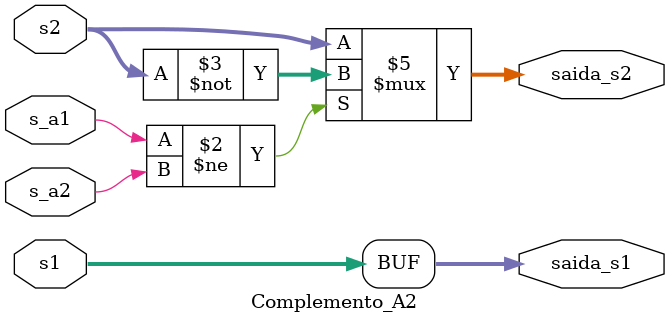
<source format=v>
module Complemento_A2(s_a1, s_a2, s1, s2, saida_s1, saida_s2);
input s_a1, s_a2;
input [10:0] s1, s2;
output reg [10:0] saida_s1, saida_s2;

always @(s1 or s2) begin
	if(s_a1 != s_a2)
		saida_s2 = ~(s2);
	else
		saida_s2 = s2;
	
	saida_s1 = s1;
end
endmodule

</source>
